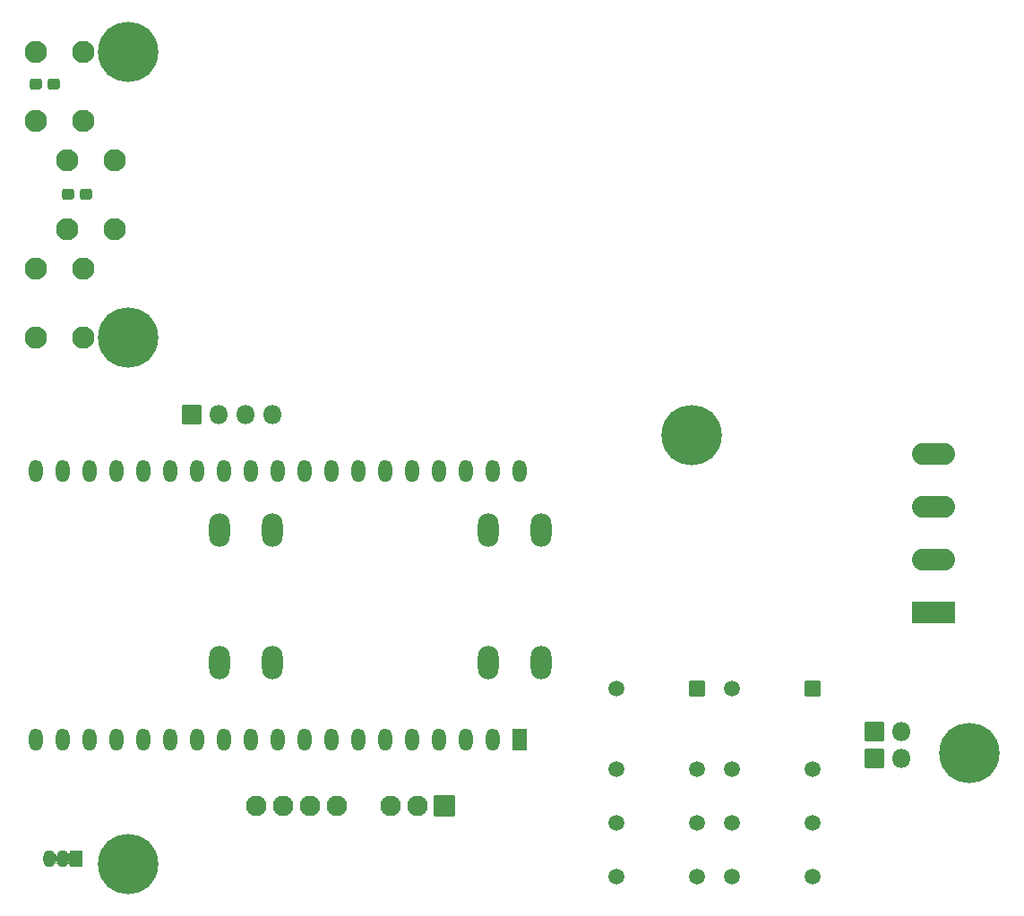
<source format=gbs>
G04 #@! TF.GenerationSoftware,KiCad,Pcbnew,(6.0.9)*
G04 #@! TF.CreationDate,2022-11-18T10:30:43-07:00*
G04 #@! TF.ProjectId,Thermostat1,54686572-6d6f-4737-9461-74312e6b6963,rev?*
G04 #@! TF.SameCoordinates,Original*
G04 #@! TF.FileFunction,Soldermask,Bot*
G04 #@! TF.FilePolarity,Negative*
%FSLAX46Y46*%
G04 Gerber Fmt 4.6, Leading zero omitted, Abs format (unit mm)*
G04 Created by KiCad (PCBNEW (6.0.9)) date 2022-11-18 10:30:43*
%MOMM*%
%LPD*%
G01*
G04 APERTURE LIST*
G04 Aperture macros list*
%AMRoundRect*
0 Rectangle with rounded corners*
0 $1 Rounding radius*
0 $2 $3 $4 $5 $6 $7 $8 $9 X,Y pos of 4 corners*
0 Add a 4 corners polygon primitive as box body*
4,1,4,$2,$3,$4,$5,$6,$7,$8,$9,$2,$3,0*
0 Add four circle primitives for the rounded corners*
1,1,$1+$1,$2,$3*
1,1,$1+$1,$4,$5*
1,1,$1+$1,$6,$7*
1,1,$1+$1,$8,$9*
0 Add four rect primitives between the rounded corners*
20,1,$1+$1,$2,$3,$4,$5,0*
20,1,$1+$1,$4,$5,$6,$7,0*
20,1,$1+$1,$6,$7,$8,$9,0*
20,1,$1+$1,$8,$9,$2,$3,0*%
G04 Aperture macros list end*
%ADD10O,1.952000X3.150000*%
%ADD11C,2.102000*%
%ADD12RoundRect,0.051000X0.525000X0.750000X-0.525000X0.750000X-0.525000X-0.750000X0.525000X-0.750000X0*%
%ADD13O,1.152000X1.602000*%
%ADD14C,5.702000*%
%ADD15RoundRect,0.051000X0.850000X-0.850000X0.850000X0.850000X-0.850000X0.850000X-0.850000X-0.850000X0*%
%ADD16O,1.802000X1.802000*%
%ADD17RoundRect,0.051000X0.700000X0.700000X-0.700000X0.700000X-0.700000X-0.700000X0.700000X-0.700000X0*%
%ADD18C,1.502000*%
%ADD19RoundRect,0.051000X-0.850000X0.850000X-0.850000X-0.850000X0.850000X-0.850000X0.850000X0.850000X0*%
%ADD20RoundRect,0.051000X0.600000X1.000000X-0.600000X1.000000X-0.600000X-1.000000X0.600000X-1.000000X0*%
%ADD21O,1.302000X2.102000*%
%ADD22RoundRect,0.288500X-0.300000X-0.237500X0.300000X-0.237500X0.300000X0.237500X-0.300000X0.237500X0*%
%ADD23RoundRect,0.051000X1.980000X-0.990000X1.980000X0.990000X-1.980000X0.990000X-1.980000X-0.990000X0*%
%ADD24O,4.062000X2.082000*%
%ADD25RoundRect,0.051000X0.925000X-0.925000X0.925000X0.925000X-0.925000X0.925000X-0.925000X-0.925000X0*%
%ADD26C,1.952000*%
G04 APERTURE END LIST*
D10*
X69712200Y-85665800D03*
X69712200Y-73165800D03*
X74712200Y-85665800D03*
X74712200Y-73165800D03*
D11*
X26909200Y-48413600D03*
X26909200Y-54913600D03*
X31409200Y-48413600D03*
X31409200Y-54913600D03*
X26909200Y-34415800D03*
X26909200Y-27915800D03*
X31409200Y-27915800D03*
X31409200Y-34415800D03*
X29906400Y-38177400D03*
X29906400Y-44677400D03*
X34406400Y-38177400D03*
X34406400Y-44677400D03*
D10*
X44312200Y-85665800D03*
X44312200Y-73165800D03*
X49312200Y-73165800D03*
X49312200Y-85665800D03*
D12*
X30734000Y-104216200D03*
D13*
X29464000Y-104216200D03*
X28194000Y-104216200D03*
D14*
X35636200Y-104724200D03*
X35636200Y-27914600D03*
D15*
X106172000Y-92202000D03*
D16*
X108712000Y-92202000D03*
D14*
X115189000Y-94234000D03*
X35636200Y-54914800D03*
X88900000Y-64185800D03*
D15*
X106172000Y-94742000D03*
D16*
X108712000Y-94742000D03*
D17*
X100330000Y-88138000D03*
D18*
X100330000Y-95758000D03*
X100330000Y-100828000D03*
X100330000Y-105918000D03*
X92700000Y-105928000D03*
X92700000Y-100848000D03*
X92710000Y-95758000D03*
X92710000Y-88138000D03*
D19*
X41656000Y-62230000D03*
D16*
X44196000Y-62230000D03*
X46736000Y-62230000D03*
X49276000Y-62230000D03*
D20*
X72641280Y-92964000D03*
D21*
X70101280Y-92964000D03*
X67561280Y-92964000D03*
X65021280Y-92964000D03*
X62481280Y-92964000D03*
X59941280Y-92964000D03*
X57401280Y-92964000D03*
X54861280Y-92964000D03*
X52321280Y-92964000D03*
X49781280Y-92964000D03*
X47241280Y-92964000D03*
X44701280Y-92964000D03*
X42161280Y-92964000D03*
X39621280Y-92964000D03*
X37081280Y-92964000D03*
X34541280Y-92964000D03*
X32001280Y-92964000D03*
X29461280Y-92964000D03*
X26921280Y-92964000D03*
X26924000Y-67567680D03*
X29464000Y-67567680D03*
X32001280Y-67564000D03*
X34541280Y-67564000D03*
X37081280Y-67564000D03*
X39621280Y-67564000D03*
X42161280Y-67564000D03*
X44701280Y-67564000D03*
X47241280Y-67564000D03*
X49781280Y-67564000D03*
X52321280Y-67564000D03*
X54861280Y-67564000D03*
X57401280Y-67564000D03*
X59941280Y-67564000D03*
X62481280Y-67564000D03*
X65021280Y-67564000D03*
X67561280Y-67564000D03*
X70101280Y-67564000D03*
X72641280Y-67564000D03*
D22*
X26924000Y-30988000D03*
X28649000Y-30988000D03*
X29972000Y-41402000D03*
X31697000Y-41402000D03*
D23*
X111760000Y-80946000D03*
D24*
X111760000Y-75946000D03*
X111760000Y-70946000D03*
X111760000Y-65946000D03*
D25*
X65557400Y-99237800D03*
D26*
X63017400Y-99237800D03*
X60477400Y-99237800D03*
X55397400Y-99237800D03*
X52857400Y-99237800D03*
X50317400Y-99237800D03*
X47777400Y-99237800D03*
D17*
X89408000Y-88138000D03*
D18*
X89408000Y-95758000D03*
X89408000Y-100838000D03*
X89408000Y-105918000D03*
X81788000Y-105918000D03*
X81788000Y-100838000D03*
X81788000Y-95758000D03*
X81788000Y-88138000D03*
G36*
X30159212Y-103588849D02*
G01*
X30160000Y-103590440D01*
X30160000Y-104841878D01*
X30159000Y-104843610D01*
X30157000Y-104843610D01*
X30156081Y-104842441D01*
X30136405Y-104775429D01*
X30084062Y-104730074D01*
X30015509Y-104720217D01*
X29952352Y-104749060D01*
X29937437Y-104765570D01*
X29935534Y-104766185D01*
X29934050Y-104764844D01*
X29934366Y-104763011D01*
X29961085Y-104728190D01*
X30018424Y-104589758D01*
X30038000Y-104441068D01*
X30038000Y-103991332D01*
X30018424Y-103842642D01*
X29961085Y-103704210D01*
X29930125Y-103663862D01*
X29929864Y-103661879D01*
X29931451Y-103660661D01*
X29932974Y-103661093D01*
X29985421Y-103703772D01*
X30054249Y-103711503D01*
X30116328Y-103680798D01*
X30152038Y-103621261D01*
X30156016Y-103590186D01*
X30157228Y-103588595D01*
X30159212Y-103588849D01*
G37*
G36*
X28962076Y-103714204D02*
G01*
X28962110Y-103715811D01*
X28909576Y-103842642D01*
X28890000Y-103991332D01*
X28890000Y-104441068D01*
X28909576Y-104589758D01*
X28960941Y-104713765D01*
X28960680Y-104715748D01*
X28958832Y-104716513D01*
X28957445Y-104715663D01*
X28952707Y-104708770D01*
X28952484Y-104708344D01*
X28943930Y-104685706D01*
X28902008Y-104630202D01*
X28837013Y-104606275D01*
X28769403Y-104621287D01*
X28720474Y-104670636D01*
X28714149Y-104684294D01*
X28702689Y-104713687D01*
X28702462Y-104714110D01*
X28699374Y-104718504D01*
X28697560Y-104719346D01*
X28695924Y-104718196D01*
X28695890Y-104716589D01*
X28748424Y-104589758D01*
X28768000Y-104441068D01*
X28768000Y-103991332D01*
X28748424Y-103842642D01*
X28697059Y-103718635D01*
X28697320Y-103716652D01*
X28699168Y-103715887D01*
X28700555Y-103716737D01*
X28705293Y-103723630D01*
X28705516Y-103724056D01*
X28714070Y-103746694D01*
X28755992Y-103802198D01*
X28820987Y-103826125D01*
X28888597Y-103811113D01*
X28937526Y-103761764D01*
X28943851Y-103748106D01*
X28955311Y-103718713D01*
X28955538Y-103718290D01*
X28958626Y-103713896D01*
X28960440Y-103713054D01*
X28962076Y-103714204D01*
G37*
M02*

</source>
